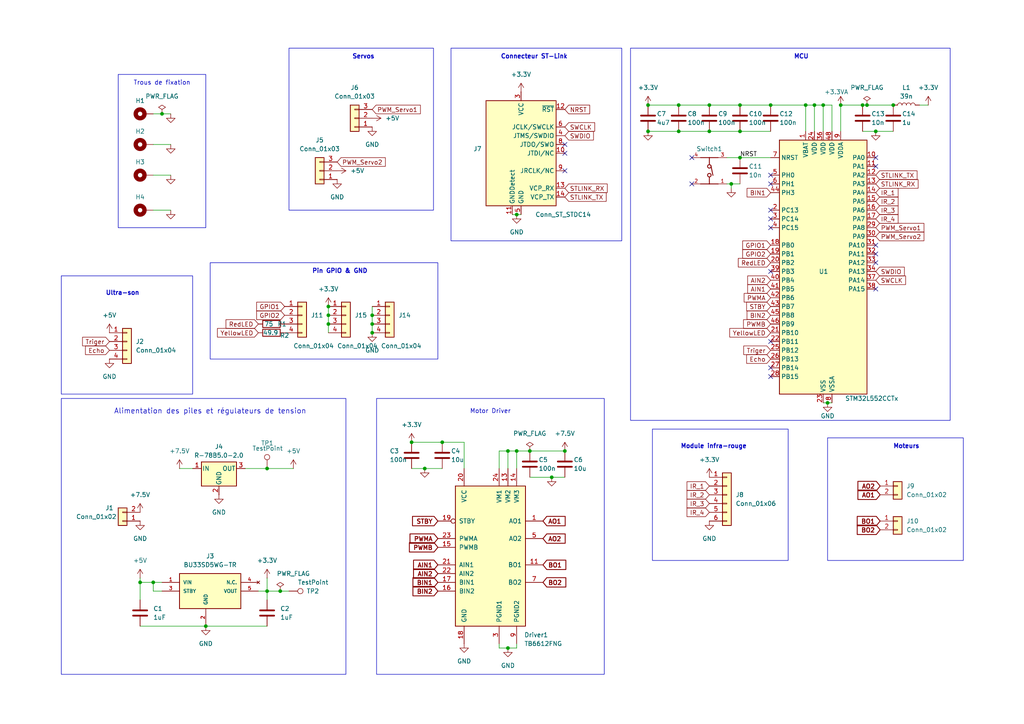
<source format=kicad_sch>
(kicad_sch (version 20250114) (generator "eeschema") (generator_version "9.0")
  (paper "A4")
  (title_block (title "PCB Pami coupe de France 2025") (date "2025-02-04") (comment 1 "Capodagli Janus") (comment 2 "REDLED 151051RS04000") (comment 3 "YELLOWLED 151051YS04000"))
  (lib_symbols
    (symbol "BU33SD5WG-TR:BU33SD5WG-TR" (pin_names (offset 1.016))
      (property "Reference" "PS1" (at 13.97 7.62 0))
      (property "Value" "BU33SD5WG-TR" (at 13.97 5.08 0))
      (symbol "BU33SD5WG-TR_0_0"
        (pin bidirectional line (at 0 0 0) (length 5.08) (name "VIN") (number "1"))
        (pin bidirectional line (at 0 -2.54 0) (length 5.08) (name "STBY") (number "3"))
        (pin bidirectional line (at 12.7 -12.7 90) (length 5.08) (name "GND") (number "2"))
        (pin no_connect line (at 27.94 0 180) (length 5.08) (name "N.C.") (number "4"))
        (pin bidirectional line (at 27.94 -2.54 180) (length 5.08) (name "VOUT") (number "5"))
      )
    )
    (symbol "Connector:Conn_ST_STDC14"
      (property "Reference" "J" (at -8.89 16.51 0))
      (property "Value" "Conn_ST_STDC14" (at 17.78 16.51 0))
      (symbol "Conn_ST_STDC14_1_1"
        (pin no_connect line (at -10.16 5.08 0) (length 2.54) (hide yes) (name "NC") (number "1"))
        (pin no_connect line (at -10.16 2.54 0) (length 2.54) (hide yes) (name "NC") (number "2"))
        (pin passive line (at -2.54 -17.78 90) (length 2.54) (name "GNDDetect") (number "11"))
        (pin power_in line (at 0 17.78 270) (length 2.54) (name "VCC") (number "3"))
        (pin power_in line (at 0 -17.78 90) (length 2.54) (name "GND") (number "5"))
        (pin passive line (at 0 -17.78 90) (length 2.54) (hide yes) (name "GND") (number "7"))
        (pin open_collector line (at 12.7 12.7 180) (length 2.54) (name "~{RST}") (number "12"))
        (pin output line (at 12.7 7.62 180) (length 2.54) (name "JCLK/SWCLK") (number "6"))
        (pin bidirectional line (at 12.7 5.08 180) (length 2.54) (name "JTMS/SWDIO") (number "4"))
        (pin input line (at 12.7 2.54 180) (length 2.54) (name "JTDO/SWO") (number "8"))
        (pin output line (at 12.7 0 180) (length 2.54) (name "JTDI/NC") (number "10"))
        (pin input line (at 12.7 -5.08 180) (length 2.54) (name "JRCLK/NC") (number "9"))
        (pin output line (at 12.7 -10.16 180) (length 2.54) (name "VCP_RX") (number "13"))
        (pin input line (at 12.7 -12.7 180) (length 2.54) (name "VCP_TX") (number "14"))
      )
    )
    (symbol "Connector:TestPoint" (pin_numbers (hide yes)) (pin_names (offset 0.762) (hide yes))
      (property "Reference" "TP" (at 0 6.858 0))
      (property "Value" "TestPoint" (at 0 5.08 0))
      (symbol "TestPoint_1_1"
        (pin passive line (at 0 0 90) (length 2.54) (name "1") (number "1"))
      )
    )
    (symbol "Connector_Generic:Conn_01x02" (pin_names (offset 1.016) (hide yes))
      (property "Reference" "J" (at 0 2.54 0))
      (property "Value" "Conn_01x02" (at 0 -5.08 0))
      (symbol "Conn_01x02_1_1"
        (pin passive line (at -5.08 0 0) (length 3.81) (name "Pin_1") (number "1"))
        (pin passive line (at -5.08 -2.54 0) (length 3.81) (name "Pin_2") (number "2"))
      )
    )
    (symbol "Connector_Generic:Conn_01x03" (pin_names (offset 1.016) (hide yes))
      (property "Reference" "J" (at 0 5.08 0))
      (property "Value" "Conn_01x03" (at 0 -5.08 0))
      (symbol "Conn_01x03_1_1"
        (pin passive line (at -5.08 2.54 0) (length 3.81) (name "Pin_1") (number "1"))
        (pin passive line (at -5.08 0 0) (length 3.81) (name "Pin_2") (number "2"))
        (pin passive line (at -5.08 -2.54 0) (length 3.81) (name "Pin_3") (number "3"))
      )
    )
    (symbol "Connector_Generic:Conn_01x04" (pin_names (offset 1.016) (hide yes))
      (property "Reference" "J" (at 0 5.08 0))
      (property "Value" "Conn_01x04" (at 0 -7.62 0))
      (symbol "Conn_01x04_1_1"
        (pin passive line (at -5.08 2.54 0) (length 3.81) (name "Pin_1") (number "1"))
        (pin passive line (at -5.08 0 0) (length 3.81) (name "Pin_2") (number "2"))
        (pin passive line (at -5.08 -2.54 0) (length 3.81) (name "Pin_3") (number "3"))
        (pin passive line (at -5.08 -5.08 0) (length 3.81) (name "Pin_4") (number "4"))
      )
    )
    (symbol "Connector_Generic:Conn_01x06" (pin_names (offset 1.016) (hide yes))
      (property "Reference" "J" (at 0 7.62 0))
      (property "Value" "Conn_01x06" (at 0 -10.16 0))
      (symbol "Conn_01x06_1_1"
        (pin passive line (at -5.08 5.08 0) (length 3.81) (name "Pin_1") (number "1"))
        (pin passive line (at -5.08 2.54 0) (length 3.81) (name "Pin_2") (number "2"))
        (pin passive line (at -5.08 0 0) (length 3.81) (name "Pin_3") (number "3"))
        (pin passive line (at -5.08 -2.54 0) (length 3.81) (name "Pin_4") (number "4"))
        (pin passive line (at -5.08 -5.08 0) (length 3.81) (name "Pin_5") (number "5"))
        (pin passive line (at -5.08 -7.62 0) (length 3.81) (name "Pin_6") (number "6"))
      )
    )
    (symbol "Device:C" (pin_numbers (hide yes)) (pin_names (offset 0.254))
      (property "Reference" "C" (at 0.635 2.54 0))
      (property "Value" "C" (at 0.635 -2.54 0))
      (symbol "C_1_1"
        (pin passive line (at 0 3.81 270) (length 2.794) (name "~") (number "1"))
        (pin passive line (at 0 -3.81 90) (length 2.794) (name "~") (number "2"))
      )
    )
    (symbol "Device:L" (pin_numbers (hide yes)) (pin_names (offset 1.016) (hide yes))
      (property "Reference" "L" (at -1.27 0 90))
      (property "Value" "L" (at 1.905 0 90))
      (symbol "L_1_1"
        (pin passive line (at 0 3.81 270) (length 1.27) (name "1") (number "1"))
        (pin passive line (at 0 -3.81 90) (length 1.27) (name "2") (number "2"))
      )
    )
    (symbol "Device:R" (pin_numbers (hide yes)) (pin_names (offset 0))
      (property "Reference" "R" (at 2.032 0 90))
      (property "Value" "R" (at 0 0 90))
      (symbol "R_1_1"
        (pin passive line (at 0 3.81 270) (length 1.27) (name "~") (number "1"))
        (pin passive line (at 0 -3.81 90) (length 1.27) (name "~") (number "2"))
      )
    )
    (symbol "Driver_Motor:TB6612FNG" (pin_names (offset 1.016))
      (property "Reference" "U" (at 11.43 17.78 0))
      (property "Value" "TB6612FNG" (at 11.43 15.24 0))
      (symbol "TB6612FNG_1_1"
        (pin input inverted (at -15.24 10.16 0) (length 5.08) (name "STBY") (number "19"))
        (pin input line (at -15.24 5.08 0) (length 5.08) (name "PWMA") (number "23"))
        (pin input line (at -15.24 2.54 0) (length 5.08) (name "PWMB") (number "15"))
        (pin input line (at -15.24 -2.54 0) (length 5.08) (name "AIN1") (number "21"))
        (pin input line (at -15.24 -5.08 0) (length 5.08) (name "AIN2") (number "22"))
        (pin input line (at -15.24 -7.62 0) (length 5.08) (name "BIN1") (number "17"))
        (pin input line (at -15.24 -10.16 0) (length 5.08) (name "BIN2") (number "16"))
        (pin power_in line (at -7.62 25.4 270) (length 5.08) (name "VCC") (number "20"))
        (pin power_in line (at -7.62 -25.4 90) (length 5.08) (name "GND") (number "18"))
        (pin power_in line (at 2.54 25.4 270) (length 5.08) (name "VM1") (number "24"))
        (pin power_in line (at 2.54 -25.4 90) (length 5.08) (name "PGND1") (number "3"))
        (pin passive line (at 2.54 -25.4 90) (length 5.08) (hide yes) (name "PGND1") (number "4"))
        (pin power_in line (at 5.08 25.4 270) (length 5.08) (name "VM2") (number "13"))
        (pin power_in line (at 7.62 25.4 270) (length 5.08) (name "VM3") (number "14"))
        (pin passive line (at 7.62 -25.4 90) (length 5.08) (hide yes) (name "PGND2") (number "10"))
        (pin power_in line (at 7.62 -25.4 90) (length 5.08) (name "PGND2") (number "9"))
        (pin output line (at 15.24 10.16 180) (length 5.08) (name "AO1") (number "1"))
        (pin passive line (at 15.24 10.16 180) (length 5.08) (hide yes) (name "AO1") (number "2"))
        (pin output line (at 15.24 5.08 180) (length 5.08) (name "AO2") (number "5"))
        (pin passive line (at 15.24 5.08 180) (length 5.08) (hide yes) (name "AO2") (number "6"))
        (pin output line (at 15.24 -2.54 180) (length 5.08) (name "BO1") (number "11"))
        (pin passive line (at 15.24 -2.54 180) (length 5.08) (hide yes) (name "BO1") (number "12"))
        (pin output line (at 15.24 -7.62 180) (length 5.08) (name "BO2") (number "7"))
        (pin passive line (at 15.24 -7.62 180) (length 5.08) (hide yes) (name "BO2") (number "8"))
      )
    )
    (symbol "GND_3" (power) (pin_numbers (hide yes)) (pin_names (offset 0) (hide yes))
      (property "Value" "GND" (at 0 -3.81 0))
      (symbol "GND_3_1_1"
        (pin power_in line (at 0 0 270) (length 0) (name "~") (number "1"))
      )
    )
    (symbol "MCU_ST_STM32L5:STM32L552CCTx"
      (property "Reference" "U" (at -12.7 39.37 0))
      (property "Value" "STM32L552CCTx" (at 7.62 39.37 0))
      (symbol "STM32L552CCTx_1_1"
        (pin input line (at -15.24 33.02 0) (length 2.54) (name "NRST") (number "7"))
        (pin bidirectional line (at -15.24 27.94 0) (length 2.54) (name "PH0") (number "5"))
        (pin bidirectional line (at -15.24 25.4 0) (length 2.54) (name "PH1") (number "6"))
        (pin bidirectional line (at -15.24 22.86 0) (length 2.54) (name "PH3") (number "44"))
        (pin bidirectional line (at -15.24 17.78 0) (length 2.54) (name "PC13") (number "2"))
        (pin bidirectional line (at -15.24 15.24 0) (length 2.54) (name "PC14") (number "3"))
        (pin bidirectional line (at -15.24 12.7 0) (length 2.54) (name "PC15") (number "4"))
        (pin bidirectional line (at -15.24 7.62 0) (length 2.54) (name "PB0") (number "18"))
        (pin bidirectional line (at -15.24 5.08 0) (length 2.54) (name "PB1") (number "19"))
        (pin bidirectional line (at -15.24 2.54 0) (length 2.54) (name "PB2") (number "20"))
        (pin bidirectional line (at -15.24 0 0) (length 2.54) (name "PB3") (number "39"))
        (pin bidirectional line (at -15.24 -2.54 0) (length 2.54) (name "PB4") (number "40"))
        (pin bidirectional line (at -15.24 -5.08 0) (length 2.54) (name "PB5") (number "41"))
        (pin bidirectional line (at -15.24 -7.62 0) (length 2.54) (name "PB6") (number "42"))
        (pin bidirectional line (at -15.24 -10.16 0) (length 2.54) (name "PB7") (number "43"))
        (pin bidirectional line (at -15.24 -12.7 0) (length 2.54) (name "PB8") (number "45"))
        (pin bidirectional line (at -15.24 -15.24 0) (length 2.54) (name "PB9") (number "46"))
        (pin bidirectional line (at -15.24 -17.78 0) (length 2.54) (name "PB10") (number "21"))
        (pin bidirectional line (at -15.24 -20.32 0) (length 2.54) (name "PB11") (number "22"))
        (pin bidirectional line (at -15.24 -22.86 0) (length 2.54) (name "PB12") (number "25"))
        (pin bidirectional line (at -15.24 -25.4 0) (length 2.54) (name "PB13") (number "26"))
        (pin bidirectional line (at -15.24 -27.94 0) (length 2.54) (name "PB14") (number "27"))
        (pin bidirectional line (at -15.24 -30.48 0) (length 2.54) (name "PB15") (number "28"))
        (pin power_in line (at -5.08 40.64 270) (length 2.54) (name "VBAT") (number "1"))
        (pin power_in line (at -2.54 40.64 270) (length 2.54) (name "VDD") (number "24"))
        (pin power_in line (at 0 40.64 270) (length 2.54) (name "VDD") (number "36"))
        (pin power_in line (at 0 -38.1 90) (length 2.54) (name "VSS") (number "23"))
        (pin passive line (at 0 -38.1 90) (length 2.54) (hide yes) (name "VSS") (number "35"))
        (pin passive line (at 0 -38.1 90) (length 2.54) (hide yes) (name "VSS") (number "47"))
        (pin power_in line (at 2.54 40.64 270) (length 2.54) (name "VDD") (number "48"))
        (pin power_in line (at 2.54 -38.1 90) (length 2.54) (name "VSSA") (number "8"))
        (pin power_in line (at 5.08 40.64 270) (length 2.54) (name "VDDA") (number "9"))
        (pin bidirectional line (at 15.24 33.02 180) (length 2.54) (name "PA0") (number "10"))
        (pin bidirectional line (at 15.24 30.48 180) (length 2.54) (name "PA1") (number "11"))
        (pin bidirectional line (at 15.24 27.94 180) (length 2.54) (name "PA2") (number "12"))
        (pin bidirectional line (at 15.24 25.4 180) (length 2.54) (name "PA3") (number "13"))
        (pin bidirectional line (at 15.24 22.86 180) (length 2.54) (name "PA4") (number "14"))
        (pin bidirectional line (at 15.24 20.32 180) (length 2.54) (name "PA5") (number "15"))
        (pin bidirectional line (at 15.24 17.78 180) (length 2.54) (name "PA6") (number "16"))
        (pin bidirectional line (at 15.24 15.24 180) (length 2.54) (name "PA7") (number "17"))
        (pin bidirectional line (at 15.24 12.7 180) (length 2.54) (name "PA8") (number "29"))
        (pin bidirectional line (at 15.24 10.16 180) (length 2.54) (name "PA9") (number "30"))
        (pin bidirectional line (at 15.24 7.62 180) (length 2.54) (name "PA10") (number "31"))
        (pin bidirectional line (at 15.24 5.08 180) (length 2.54) (name "PA11") (number "32"))
        (pin bidirectional line (at 15.24 2.54 180) (length 2.54) (name "PA12") (number "33"))
        (pin bidirectional line (at 15.24 0 180) (length 2.54) (name "PA13") (number "34"))
        (pin bidirectional line (at 15.24 -2.54 180) (length 2.54) (name "PA14") (number "37"))
        (pin bidirectional line (at 15.24 -5.08 180) (length 2.54) (name "PA15") (number "38"))
      )
    )
    (symbol "MountingHole_Pad_2" (pin_numbers (hide yes)) (pin_names (offset 1.016) (hide yes)) (exclude_from_sim yes) (in_bom no)
      (property "Reference" "H1" (at 2.54 2.5401 0))
      (property "Value" "MountingHole_Pad" (at 2.54 0.0001 0))
      (symbol "MountingHole_Pad_2_1_1"
        (pin input line (at 0 -2.54 90) (length 2.54) (name "1") (number "1"))
      )
    )
    (symbol "Regulator_Switching:R-78B5.0-2.0" (pin_names (offset 0.254))
      (property "Reference" "U" (at -3.81 3.175 0))
      (property "Value" "R-78B5.0-2.0" (at 0 3.175 0))
      (symbol "R-78B5.0-2.0_1_1"
        (pin power_in line (at -7.62 0 0) (length 2.54) (name "IN") (number "1"))
        (pin power_in line (at 0 -7.62 90) (length 2.54) (name "GND") (number "2"))
        (pin power_out line (at 7.62 0 180) (length 2.54) (name "OUT") (number "3"))
      )
    )
    (symbol "boutonSMD_wurth430471025826:430471025826" (pin_names (offset 1.016))
      (property "Reference" "S" (at 0 5.842 0))
      (symbol "430471025826_0_0"
        (pin passive line (at -5.08 5.08 0) (length 2.54) (name "~") (number "1"))
        (pin passive line (at -5.08 -2.54 0) (length 2.54) (name "~") (number "3"))
        (pin passive line (at 5.08 5.08 180) (length 2.54) (name "~") (number "2"))
        (pin passive line (at 5.08 -2.54 180) (length 2.54) (name "~") (number "4"))
      )
    )
    (symbol "power:+3.3V" (power) (pin_numbers (hide yes)) (pin_names (offset 0) (hide yes))
      (property "Value" "+3.3V" (at 0 3.556 0))
      (symbol "+3.3V_1_1"
        (pin power_in line (at 0 0 90) (length 0) (name "~") (number "1"))
      )
    )
    (symbol "power:+3.3VA" (power) (pin_numbers (hide yes)) (pin_names (offset 0) (hide yes))
      (property "Value" "+3.3VA" (at 0 3.556 0))
      (symbol "+3.3VA_1_1"
        (pin power_in line (at 0 0 90) (length 0) (name "~") (number "1"))
      )
    )
    (symbol "power:+5V" (power) (pin_numbers (hide yes)) (pin_names (offset 0) (hide yes))
      (property "Value" "+5V" (at 0 3.556 0))
      (symbol "+5V_1_1"
        (pin power_in line (at 0 0 90) (length 0) (name "~") (number "1"))
      )
    )
    (symbol "power:+7.5V" (power) (pin_numbers (hide yes)) (pin_names (offset 0) (hide yes))
      (property "Value" "+7.5V" (at 0 3.556 0))
      (symbol "+7.5V_1_1"
        (pin power_in line (at 0 0 90) (length 0) (name "~") (number "1"))
      )
    )
    (symbol "power:GND" (power) (pin_numbers (hide yes)) (pin_names (offset 0) (hide yes))
      (property "Value" "GND" (at 0 -3.81 0))
      (symbol "GND_1_1"
        (pin power_in line (at 0 0 270) (length 0) (name "~") (number "1"))
      )
    )
    (symbol "power:PWR_FLAG" (power) (pin_numbers (hide yes)) (pin_names (offset 0) (hide yes))
      (property "Value" "PWR_FLAG" (at 0 3.81 0))
      (symbol "PWR_FLAG_0_0"
        (pin power_out line (at 0 0 90) (length 0) (name "~") (number "1"))
      )
    )
  )
  (rectangle (start 189.23 124.46) (end 228.6 162.56))
  (rectangle (start 109.22 115.57) (end 175.26 195.58))
  (rectangle (start 17.78 80.01) (end 55.88 114.3))
  (rectangle (start 240.03 127) (end 279.4 162.56))
  (rectangle (start 34.29 21.59) (end 59.69 66.04))
  (rectangle (start 182.88 13.97) (end 275.59 121.92))
  (rectangle (start 130.81 13.97) (end 180.34 69.85))
  (rectangle (start 17.78 115.57) (end 100.33 195.58))
  (rectangle (start 60.96 76.2) (end 127 104.14))
  (rectangle (start 83.82 13.97) (end 125.73 60.96))
  (text "Trous de fixation\n" (at 46.99 24.13 0) (effects (font (size 1.27 1.27))))
  (text "Servos" (at 105.41 16.51 0) (effects (font (size 1.27 1.27) (thickness 0.254) (bold yes))))
  (text "Moteurs\n" (at 262.89 129.54 0) (effects (font (size 1.27 1.27) (thickness 0.254) (bold yes))))
  (text "Module infra-rouge\n" (at 207.01 129.54 0) (effects (font (size 1.27 1.27) (thickness 0.254) (bold yes))))
  (text "Connecteur ST-Link\n" (at 154.94 16.51 0) (effects (font (size 1.27 1.27) (thickness 0.254) (bold yes))))
  (text "Ultra-son" (at 35.56 85.09 0) (effects (font (size 1.27 1.27) (thickness 0.254) (bold yes))))
  (text "Alimentation des piles et régulateurs de tension" (at 60.96 119.38 0) (effects (font (size 1.5 1.5))))
  (text "Motor Driver\n" (at 142.24 119.38 0) (effects (font (size 1.27 1.27))))
  (text "Pin GPIO & GND \n" (at 99.06 78.74 0) (effects (font (size 1.27 1.27) (thickness 0.254) (bold yes))))
  (text "MCU\n" (at 232.41 16.51 0) (effects (font (size 1.27 1.27) (thickness 0.254) (bold yes))))
  (junction (at 243.84 30.48))
  (junction (at 123.19 135.89))
  (junction (at 147.32 187.96))
  (junction (at 187.96 38.1))
  (junction (at 81.28 171.45))
  (junction (at 196.85 38.1))
  (junction (at 107.95 91.44))
  (junction (at 95.25 93.98))
  (junction (at 214.63 38.1))
  (junction (at 40.64 168.91))
  (junction (at 212.09 53.34))
  (junction (at 128.27 128.27))
  (junction (at 163.83 130.81))
  (junction (at 95.25 91.44))
  (junction (at 250.19 30.48))
  (junction (at 238.76 30.48))
  (junction (at 46.99 33.02))
  (junction (at 149.86 130.81))
  (junction (at 95.25 88.9))
  (junction (at 149.86 62.23))
  (junction (at 107.95 96.52))
  (junction (at 254 38.1))
  (junction (at 77.47 135.89))
  (junction (at 214.63 45.72))
  (junction (at 59.69 181.61))
  (junction (at 119.38 128.27))
  (junction (at 160.02 138.43))
  (junction (at 187.96 30.48))
  (junction (at 214.63 30.48))
  (junction (at 147.32 130.81))
  (junction (at 77.47 171.45))
  (junction (at 44.45 168.91))
  (junction (at 205.74 30.48))
  (junction (at 259.08 30.48))
  (junction (at 236.22 30.48))
  (junction (at 153.67 130.81))
  (junction (at 196.85 30.48))
  (junction (at 251.46 30.48))
  (junction (at 223.52 30.48))
  (junction (at 240.03 116.84))
  (junction (at 107.95 93.98))
  (junction (at 233.68 30.48))
  (junction (at 205.74 38.1))
  (no_connect (at 163.83 49.53))
  (no_connect (at 223.52 99.06))
  (no_connect (at 254 73.66))
  (no_connect (at 223.52 106.68))
  (no_connect (at 223.52 109.22))
  (no_connect (at 254 45.72))
  (no_connect (at 254 83.82))
  (no_connect (at 223.52 63.5))
  (no_connect (at 223.52 53.34))
  (no_connect (at 163.83 41.91))
  (no_connect (at 223.52 78.74))
  (no_connect (at 200.66 53.34))
  (no_connect (at 200.66 45.72))
  (no_connect (at 254 76.2))
  (no_connect (at 254 71.12))
  (no_connect (at 254 48.26))
  (no_connect (at 163.83 44.45))
  (no_connect (at 223.52 60.96))
  (no_connect (at 223.52 50.8))
  (no_connect (at 223.52 66.04))
  (wire (pts (xy 153.67 130.81) (xy 163.83 130.81)))
  (wire (pts (xy 144.78 130.81) (xy 144.78 135.89)))
  (wire (pts (xy 233.68 30.48) (xy 233.68 38.1)))
  (wire (pts (xy 52.07 135.89) (xy 55.88 135.89)))
  (wire (pts (xy 214.63 53.34) (xy 212.09 53.34)))
  (wire (pts (xy 160.02 138.43) (xy 163.83 138.43)))
  (wire (pts (xy 233.68 30.48) (xy 236.22 30.48)))
  (wire (pts (xy 134.62 128.27) (xy 134.62 135.89)))
  (wire (pts (xy 241.3 30.48) (xy 241.3 38.1)))
  (wire (pts (xy 77.47 171.45) (xy 77.47 173.99)))
  (wire (pts (xy 144.78 130.81) (xy 147.32 130.81)))
  (wire (pts (xy 149.86 62.23) (xy 151.13 62.23)))
  (wire (pts (xy 107.95 88.9) (xy 107.95 91.44)))
  (wire (pts (xy 40.64 167.64) (xy 40.64 168.91)))
  (wire (pts (xy 238.76 116.84) (xy 240.03 116.84)))
  (wire (pts (xy 147.32 130.81) (xy 149.86 130.81)))
  (wire (pts (xy 81.28 171.45) (xy 77.47 171.45)))
  (wire (pts (xy 71.12 135.89) (xy 77.47 135.89)))
  (wire (pts (xy 196.85 30.48) (xy 205.74 30.48)))
  (wire (pts (xy 147.32 130.81) (xy 147.32 135.89)))
  (wire (pts (xy 147.32 187.96) (xy 149.86 187.96)))
  (wire (pts (xy 212.09 53.34) (xy 210.82 53.34)))
  (wire (pts (xy 254 38.1) (xy 259.08 38.1)))
  (wire (pts (xy 236.22 30.48) (xy 236.22 38.1)))
  (wire (pts (xy 144.78 186.69) (xy 144.78 187.96)))
  (wire (pts (xy 107.95 91.44) (xy 107.95 93.98)))
  (wire (pts (xy 144.78 187.96) (xy 147.32 187.96)))
  (wire (pts (xy 46.99 33.02) (xy 49.53 33.02)))
  (wire (pts (xy 196.85 38.1) (xy 205.74 38.1)))
  (wire (pts (xy 250.19 38.1) (xy 254 38.1)))
  (wire (pts (xy 85.09 135.89) (xy 77.47 135.89)))
  (wire (pts (xy 119.38 128.27) (xy 128.27 128.27)))
  (wire (pts (xy 95.25 88.9) (xy 95.25 91.44)))
  (wire (pts (xy 250.19 30.48) (xy 251.46 30.48)))
  (wire (pts (xy 205.74 30.48) (xy 214.63 30.48)))
  (wire (pts (xy 83.82 171.45) (xy 81.28 171.45)))
  (wire (pts (xy 40.64 168.91) (xy 44.45 168.91)))
  (wire (pts (xy 134.62 128.27) (xy 128.27 128.27)))
  (wire (pts (xy 251.46 30.48) (xy 259.08 30.48)))
  (wire (pts (xy 119.38 135.89) (xy 123.19 135.89)))
  (wire (pts (xy 74.93 171.45) (xy 77.47 171.45)))
  (wire (pts (xy 149.86 130.81) (xy 149.86 135.89)))
  (wire (pts (xy 107.95 93.98) (xy 107.95 96.52)))
  (wire (pts (xy 95.25 91.44) (xy 95.25 93.98)))
  (wire (pts (xy 214.63 30.48) (xy 223.52 30.48)))
  (wire (pts (xy 243.84 30.48) (xy 243.84 38.1)))
  (wire (pts (xy 210.82 45.72) (xy 214.63 45.72)))
  (wire (pts (xy 44.45 60.96) (xy 49.53 60.96)))
  (wire (pts (xy 187.96 30.48) (xy 196.85 30.48)))
  (wire (pts (xy 266.7 30.48) (xy 269.24 30.48)))
  (wire (pts (xy 153.67 138.43) (xy 160.02 138.43)))
  (wire (pts (xy 44.45 41.91) (xy 49.53 41.91)))
  (wire (pts (xy 44.45 168.91) (xy 44.45 171.45)))
  (wire (pts (xy 223.52 30.48) (xy 233.68 30.48)))
  (wire (pts (xy 95.25 93.98) (xy 95.25 96.52)))
  (wire (pts (xy 40.64 181.61) (xy 59.69 181.61)))
  (wire (pts (xy 212.09 54.61) (xy 212.09 53.34)))
  (wire (pts (xy 214.63 38.1) (xy 223.52 38.1)))
  (wire (pts (xy 238.76 30.48) (xy 236.22 30.48)))
  (wire (pts (xy 44.45 171.45) (xy 46.99 171.45)))
  (wire (pts (xy 238.76 30.48) (xy 238.76 38.1)))
  (wire (pts (xy 44.45 50.8) (xy 49.53 50.8)))
  (wire (pts (xy 149.86 186.69) (xy 149.86 187.96)))
  (wire (pts (xy 243.84 30.48) (xy 250.19 30.48)))
  (wire (pts (xy 240.03 116.84) (xy 241.3 116.84)))
  (wire (pts (xy 77.47 167.64) (xy 77.47 171.45)))
  (wire (pts (xy 123.19 135.89) (xy 128.27 135.89)))
  (wire (pts (xy 40.64 168.91) (xy 40.64 173.99)))
  (wire (pts (xy 187.96 38.1) (xy 196.85 38.1)))
  (wire (pts (xy 149.86 130.81) (xy 153.67 130.81)))
  (wire (pts (xy 205.74 38.1) (xy 214.63 38.1)))
  (wire (pts (xy 148.59 62.23) (xy 149.86 62.23)))
  (wire (pts (xy 238.76 30.48) (xy 241.3 30.48)))
  (wire (pts (xy 59.69 181.61) (xy 77.47 181.61)))
  (wire (pts (xy 223.52 45.72) (xy 214.63 45.72)))
  (wire (pts (xy 44.45 33.02) (xy 46.99 33.02)))
  (wire (pts (xy 44.45 168.91) (xy 46.99 168.91)))
  (label "NRST" (at 214.63 45.72 0) (effects (font (thickness 0.1588))))
  (global_label "SWDIO" (shape input) (at 163.83 39.37 0) (property "Intersheetrefs" "${INTERSHEET_REFS}" (effects (hide yes))))
  (global_label "BO1" (shape input) (at 157.48 163.83 0) (effects (font (thickness 0.254) (bold yes))) (property "Intersheetrefs" "${INTERSHEET_REFS}" (effects (hide yes))))
  (global_label "AO2" (shape input) (at 157.48 156.21 0) (effects (font (thickness 0.254) (bold yes))) (property "Intersheetrefs" "${INTERSHEET_REFS}" (effects (hide yes))))
  (global_label "SWCLK" (shape input) (at 254 81.28 0) (property "Intersheetrefs" "${INTERSHEET_REFS}" (effects (hide yes))))
  (global_label "AIN1" (shape input) (at 127 163.83 180) (effects (font (thickness 0.254) (bold yes))) (property "Intersheetrefs" "${INTERSHEET_REFS}" (effects (hide yes))))
  (global_label "AO2" (shape input) (at 255.27 140.97 180) (effects (font (thickness 0.254) (bold yes))) (property "Intersheetrefs" "${INTERSHEET_REFS}" (effects (hide yes))))
  (global_label "SWCLK" (shape input) (at 163.83 36.83 0) (property "Intersheetrefs" "${INTERSHEET_REFS}" (effects (hide yes))))
  (global_label "Triger" (shape input) (at 31.75 99.06 180) (property "Intersheetrefs" "${INTERSHEET_REFS}" (effects (hide yes))))
  (global_label "RedLED" (shape input) (at 223.52 76.2 180) (effects (font (thickness 0.1588))) (property "Intersheetrefs" "${INTERSHEET_REFS}" (effects (hide yes))))
  (global_label "PWM_Servo2" (shape input) (at 254 68.58 0) (property "Intersheetrefs" "${INTERSHEET_REFS}" (effects (hide yes))))
  (global_label "IR_4" (shape input) (at 254 63.5 0) (property "Intersheetrefs" "${INTERSHEET_REFS}" (effects (hide yes))))
  (global_label "Echo" (shape input) (at 223.52 104.14 180) (property "Intersheetrefs" "${INTERSHEET_REFS}" (effects (hide yes))))
  (global_label "BIN2" (shape input) (at 223.52 91.44 180) (property "Intersheetrefs" "${INTERSHEET_REFS}" (effects (hide yes))))
  (global_label "AIN2" (shape input) (at 127 166.37 180) (effects (font (thickness 0.254) (bold yes))) (property "Intersheetrefs" "${INTERSHEET_REFS}" (effects (hide yes))))
  (global_label "SWDIO" (shape input) (at 254 78.74 0) (property "Intersheetrefs" "${INTERSHEET_REFS}" (effects (hide yes))))
  (global_label "Echo" (shape input) (at 31.75 101.6 180) (property "Intersheetrefs" "${INTERSHEET_REFS}" (effects (hide yes))))
  (global_label "IR_3" (shape input) (at 205.74 146.05 180) (property "Intersheetrefs" "${INTERSHEET_REFS}" (effects (hide yes))))
  (global_label "STBY" (shape input) (at 127 151.13 180) (effects (font (thickness 0.254) (bold yes))) (property "Intersheetrefs" "${INTERSHEET_REFS}" (effects (hide yes))))
  (global_label "GPIO1" (shape input) (at 223.52 71.12 180) (effects (font (thickness 0.1588))) (property "Intersheetrefs" "${INTERSHEET_REFS}" (effects (hide yes))))
  (global_label "STLINK_RX" (shape input) (at 163.83 54.61 0) (property "Intersheetrefs" "${INTERSHEET_REFS}" (effects (hide yes))))
  (global_label "STLINK_TX" (shape input) (at 254 50.8 0) (property "Intersheetrefs" "${INTERSHEET_REFS}" (effects (hide yes))))
  (global_label "IR_2" (shape input) (at 205.74 143.51 180) (property "Intersheetrefs" "${INTERSHEET_REFS}" (effects (hide yes))))
  (global_label "IR_3" (shape input) (at 254 60.96 0) (property "Intersheetrefs" "${INTERSHEET_REFS}" (effects (hide yes))))
  (global_label "IR_4" (shape input) (at 205.74 148.59 180) (property "Intersheetrefs" "${INTERSHEET_REFS}" (effects (hide yes))))
  (global_label "PWM_Servo2" (shape input) (at 97.79 46.99 0) (property "Intersheetrefs" "${INTERSHEET_REFS}" (effects (hide yes))))
  (global_label "BO2" (shape input) (at 157.48 168.91 0) (effects (font (thickness 0.254) (bold yes))) (property "Intersheetrefs" "${INTERSHEET_REFS}" (effects (hide yes))))
  (global_label "PWMA" (shape input) (at 127 156.21 180) (effects (font (thickness 0.254) (bold yes))) (property "Intersheetrefs" "${INTERSHEET_REFS}" (effects (hide yes))))
  (global_label "AO1" (shape input) (at 157.48 151.13 0) (effects (font (thickness 0.254) (bold yes))) (property "Intersheetrefs" "${INTERSHEET_REFS}" (effects (hide yes))))
  (global_label "IR_1" (shape input) (at 205.74 140.97 180) (property "Intersheetrefs" "${INTERSHEET_REFS}" (effects (hide yes))))
  (global_label "PWM_Servo1" (shape input) (at 107.95 31.75 0) (property "Intersheetrefs" "${INTERSHEET_REFS}" (effects (hide yes))))
  (global_label "GPIO2" (shape input) (at 82.55 91.44 180) (effects (font (thickness 0.1588))) (property "Intersheetrefs" "${INTERSHEET_REFS}" (effects (hide yes))))
  (global_label "PWM_Servo1" (shape input) (at 254 66.04 0) (property "Intersheetrefs" "${INTERSHEET_REFS}" (effects (hide yes))))
  (global_label "BO1" (shape input) (at 255.27 151.13 180) (effects (font (thickness 0.254) (bold yes))) (property "Intersheetrefs" "${INTERSHEET_REFS}" (effects (hide yes))))
  (global_label "AO1" (shape input) (at 255.27 143.51 180) (effects (font (thickness 0.254) (bold yes))) (property "Intersheetrefs" "${INTERSHEET_REFS}" (effects (hide yes))))
  (global_label "IR_1" (shape input) (at 254 55.88 0) (property "Intersheetrefs" "${INTERSHEET_REFS}" (effects (hide yes))))
  (global_label "IR_2" (shape input) (at 254 58.42 0) (property "Intersheetrefs" "${INTERSHEET_REFS}" (effects (hide yes))))
  (global_label "RedLED" (shape input) (at 74.93 93.98 180) (effects (font (thickness 0.1588))) (property "Intersheetrefs" "${INTERSHEET_REFS}" (effects (hide yes))))
  (global_label "STBY" (shape input) (at 223.52 88.9 180) (property "Intersheetrefs" "${INTERSHEET_REFS}" (effects (hide yes))))
  (global_label "BIN1" (shape input) (at 127 168.91 180) (effects (font (thickness 0.254) (bold yes))) (property "Intersheetrefs" "${INTERSHEET_REFS}" (effects (hide yes))))
  (global_label "Triger" (shape input) (at 223.52 101.6 180) (property "Intersheetrefs" "${INTERSHEET_REFS}" (effects (hide yes))))
  (global_label "PWMB" (shape input) (at 127 158.75 180) (effects (font (thickness 0.254) (bold yes))) (property "Intersheetrefs" "${INTERSHEET_REFS}" (effects (hide yes))))
  (global_label "PWMA" (shape input) (at 223.52 86.36 180) (property "Intersheetrefs" "${INTERSHEET_REFS}" (effects (hide yes))))
  (global_label "STLINK_TX" (shape input) (at 163.83 57.15 0) (property "Intersheetrefs" "${INTERSHEET_REFS}" (effects (hide yes))))
  (global_label "GPIO2" (shape input) (at 223.52 73.66 180) (effects (font (thickness 0.1588))) (property "Intersheetrefs" "${INTERSHEET_REFS}" (effects (hide yes))))
  (global_label "BIN1" (shape input) (at 223.52 55.88 180) (property "Intersheetrefs" "${INTERSHEET_REFS}" (effects (hide yes))))
  (global_label "YellowLED" (shape input) (at 223.52 96.52 180) (effects (font (thickness 0.1588))) (property "Intersheetrefs" "${INTERSHEET_REFS}" (effects (hide yes))))
  (global_label "AIN1" (shape input) (at 223.52 83.82 180) (property "Intersheetrefs" "${INTERSHEET_REFS}" (effects (hide yes))))
  (global_label "NRST" (shape input) (at 163.83 31.75 0) (effects (font (thickness 0.1588))) (property "Intersheetrefs" "${INTERSHEET_REFS}" (effects (hide yes))))
  (global_label "STLINK_RX" (shape input) (at 254 53.34 0) (property "Intersheetrefs" "${INTERSHEET_REFS}" (effects (hide yes))))
  (global_label "YellowLED" (shape input) (at 74.93 96.52 180) (effects (font (thickness 0.1588))) (property "Intersheetrefs" "${INTERSHEET_REFS}" (effects (hide yes))))
  (global_label "GPIO1" (shape input) (at 82.55 88.9 180) (effects (font (thickness 0.1588))) (property "Intersheetrefs" "${INTERSHEET_REFS}" (effects (hide yes))))
  (global_label "PWMB" (shape input) (at 223.52 93.98 180) (property "Intersheetrefs" "${INTERSHEET_REFS}" (effects (hide yes))))
  (global_label "AIN2" (shape input) (at 223.52 81.28 180) (property "Intersheetrefs" "${INTERSHEET_REFS}" (effects (hide yes))))
  (global_label "BIN2" (shape input) (at 127 171.45 180) (effects (font (thickness 0.254) (bold yes))) (property "Intersheetrefs" "${INTERSHEET_REFS}" (effects (hide yes))))
  (global_label "BO2" (shape input) (at 255.27 153.67 180) (effects (font (thickness 0.254) (bold yes))) (property "Intersheetrefs" "${INTERSHEET_REFS}" (effects (hide yes))))
  (symbol (lib_id "power:GND") (at 40.64 151.13 0) (unit 1)
    (property "Reference" "#PWR07" (effects (hide yes)))
    (property "Value" "GND" (at 40.64 156.21 0))
    (property "Description" "Power symbol creates a global label with name \"GND\" , ground" (effects (hide yes)))
  )
  (symbol (lib_id "power:+7.5V") (at 52.07 135.89 0) (unit 1)
    (property "Reference" "#PWR010" (effects (hide yes)))
    (property "Value" "+7.5V" (at 52.07 130.81 0))
    (property "Description" "Power symbol creates a global label with name \"+7.5V\"" (effects (hide yes)))
  )
  (symbol (lib_id "Device:L") (at 262.89 30.48 90) (unit 1)
    (property "Reference" "L1" (at 262.89 25.4 90))
    (property "Value" "39n" (at 262.89 27.94 90))
    (property "Footprint" "Inductor_SMD:L_0603_1608Metric" (effects (hide yes)))
    (property "Description" "Inductor" (effects (hide yes)))
  )
  (symbol (lib_id "power:GND") (at 205.74 151.13 0) (unit 1)
    (property "Reference" "#PWR029" (effects (hide yes)))
    (property "Value" "GND" (at 205.74 156.21 0))
    (property "Description" "Power symbol creates a global label with name \"GND\" , ground" (effects (hide yes)))
  )
  (symbol (lib_id "Device:C") (at 153.67 134.62 0) (unit 1)
    (property "Reference" "C5" (at 156.21 133.35 0) (effects (justify left)))
    (property "Value" "100n" (at 156.21 135.89 0) (effects (justify left)))
    (property "Footprint" "Capacitor_SMD:C_0402_1005Metric" (effects (hide yes)))
    (property "Description" "Unpolarized capacitor" (effects (hide yes)))
  )
  (symbol (lib_name "MountingHole_Pad_2") (lib_id "Mechanical:MountingHole_Pad") (at 41.91 60.96 90) (unit 1) (exclude_from_sim yes) (in_bom no)
    (property "Reference" "H4" (at 40.64 57.15 90))
    (property "Value" "MountingHole_Pad" (effects (hide yes)))
    (property "Footprint" "MountingHole:MountingHole_2.7mm_M2.5_Pad" (effects (hide yes)))
    (property "Description" "Mounting Hole with connection" (effects (hide yes)))
  )
  (symbol (lib_id "Connector_Generic:Conn_01x06") (at 210.82 143.51 0) (unit 1)
    (property "Reference" "J8" (at 213.36 143.5099 0) (effects (justify left)))
    (property "Value" "Conn_01x06" (at 213.36 146.0499 0) (effects (justify left)))
    (property "Footprint" "Connector_JST:JST_XH_S6B-XH-A-1_1x06_P2.50mm_Horizontal" (effects (hide yes)))
    (property "Description" "Generic connector, single row, 01x06, script generated (kicad-library-utils/schlib/autogen/connector/)" (effects (hide yes)))
  )
  (symbol (lib_id "Device:C") (at 205.74 34.29 0) (unit 1)
    (property "Reference" "C9" (at 208.28 33.02 0) (effects (justify left)))
    (property "Value" "100n" (at 208.28 35.56 0) (effects (justify left)))
    (property "Footprint" "Capacitor_SMD:C_0402_1005Metric" (effects (hide yes)))
    (property "Description" "Unpolarized capacitor" (effects (hide yes)))
  )
  (symbol (lib_id "power:PWR_FLAG") (at 46.99 33.02 0) (unit 1)
    (property "Reference" "#FLG01" (effects (hide yes)))
    (property "Value" "PWR_FLAG" (at 46.99 27.94 0))
    (property "Description" "Special symbol for telling ERC where power comes from" (effects (hide yes)))
  )
  (symbol (lib_id "Device:C") (at 119.38 132.08 0) (unit 1)
    (property "Reference" "C3" (at 113.03 130.81 0) (effects (justify left)))
    (property "Value" "100n" (at 113.03 133.35 0) (effects (justify left)))
    (property "Footprint" "Capacitor_SMD:C_0402_1005Metric" (effects (hide yes)))
    (property "Description" "Unpolarized capacitor" (effects (hide yes)))
  )
  (symbol (lib_id "power:+7.5V") (at 40.64 148.59 0) (unit 1)
    (property "Reference" "#PWR06" (effects (hide yes)))
    (property "Value" "+7.5V" (at 40.64 143.51 0))
    (property "Description" "Power symbol creates a global label with name \"+7.5V\"" (effects (hide yes)))
  )
  (symbol (lib_id "Connector:Conn_ST_STDC14") (at 151.13 44.45 0) (unit 1)
    (property "Reference" "J7" (at 139.7 43.1799 0) (effects (justify right)))
    (property "Value" "Conn_ST_STDC14" (at 171.45 62.23 0) (effects (justify right)))
    (property "Footprint" "Connector_PinHeader_1.27mm:PinHeader_2x07_P1.27mm_Vertical_SMD" (effects (hide yes)))
    (property "Datasheet" "https://www.st.com/content/ccc/resource/technical/document/user_manual/group1/99/49/91/b6/b2/3a/46/e5/DM00526767/files/DM00526767.pdf/jcr:content/translations/en.DM00526767.pdf" (effects (hide yes)))
    (property "Description" "ST Debug Connector, standard ARM Cortex-M SWD and JTAG interface plus UART" (effects (hide yes)))
  )
  (symbol (lib_id "power:+7.5V") (at 163.83 130.81 0) (unit 1)
    (property "Reference" "#PWR025" (effects (hide yes)))
    (property "Value" "+7.5V" (at 163.83 125.73 0))
    (property "Description" "Power symbol creates a global label with name \"+7.5V\"" (effects (hide yes)))
  )
  (symbol (lib_id "power:PWR_FLAG") (at 153.67 130.81 0) (unit 1)
    (property "Reference" "#FLG03" (effects (hide yes)))
    (property "Value" "PWR_FLAG" (at 153.67 125.73 0))
    (property "Description" "Special symbol for telling ERC where power comes from" (effects (hide yes)))
  )
  (symbol (lib_id "Connector_Generic:Conn_01x04") (at 100.33 91.44 0) (unit 1)
    (property "Reference" "J15" (at 102.87 91.4399 0) (effects (justify left)))
    (property "Value" "Conn_01x04" (at 97.79 100.33 0) (effects (justify left)))
    (property "Footprint" "Connector_PinHeader_2.54mm:PinHeader_1x04_P2.54mm_Vertical" (effects (hide yes)))
    (property "Description" "Generic connector, single row, 01x04, script generated (kicad-library-utils/schlib/autogen/connector/)" (effects (hide yes)))
  )
  (symbol (lib_name "MountingHole_Pad_2") (lib_id "Mechanical:MountingHole_Pad") (at 41.91 50.8 90) (unit 1) (exclude_from_sim yes) (in_bom no)
    (property "Reference" "H3" (at 40.64 46.99 90))
    (property "Value" "MountingHole_Pad" (effects (hide yes)))
    (property "Footprint" "MountingHole:MountingHole_2.7mm_M2.5_Pad" (effects (hide yes)))
    (property "Description" "Mounting Hole with connection" (effects (hide yes)))
  )
  (symbol (lib_id "power:PWR_FLAG") (at 81.28 171.45 0) (unit 1)
    (property "Reference" "#FLG02" (effects (hide yes)))
    (property "Value" "PWR_FLAG" (at 85.09 166.37 0))
    (property "Description" "Special symbol for telling ERC where power comes from" (effects (hide yes)))
  )
  (symbol (lib_id "Device:C") (at 250.19 34.29 0) (unit 1)
    (property "Reference" "C13" (at 252.73 33.02 0) (effects (justify left)))
    (property "Value" "10n" (at 252.73 35.56 0) (effects (justify left)))
    (property "Footprint" "Capacitor_SMD:C_0402_1005Metric" (effects (hide yes)))
    (property "Description" "Unpolarized capacitor" (effects (hide yes)))
  )
  (symbol (lib_id "power:+5V") (at 40.64 167.64 0) (unit 1)
    (property "Reference" "#PWR08" (effects (hide yes)))
    (property "Value" "+5V" (at 40.64 162.56 0))
    (property "Description" "Power symbol creates a global label with name \"+5V\"" (effects (hide yes)))
  )
  (symbol (lib_id "boutonSMD_wurth430471025826:430471025826") (at 205.74 48.26 180) (unit 1)
    (property "Reference" "Switch1" (at 205.74 43.18 0))
    (property "Value" "430471025826" (effects (hide yes)))
    (property "Footprint" "bouton_Wurth_SMD:430471025826" (effects (hide yes)))
    (property "MF" "Würth Elektronik" (effects (hide yes)))
    (property "Description_1" "\n                        \n                            Tactile Switch SPST-NO Top Actuated Surface Mount\n                        \n" (effects (hide yes)))
    (property "Package" "None" (effects (hide yes)))
    (property "Price" "None" (effects (hide yes)))
    (property "VALUE" "430471025826" (effects (hide yes)))
    (property "HEIGHT" "2.5mm" (effects (hide yes)))
    (property "SnapEDA_Link" "https://www.snapeda.com/parts/430471025826/W%25C3%25BCrth+Elektronik+Midcom/view-part/?ref=snap" (effects (hide yes)))
    (property "DATASHEET-URL" "https://www.we-online.com/redexpert/spec/430471025826?ae" (effects (hide yes)))
    (property "MP" "430471025826" (effects (hide yes)))
    (property "PART-NUMBER" "430471025826" (effects (hide yes)))
    (property "OPERATION-FORCE" "260g" (effects (hide yes)))
    (property "QTY" "2000" (effects (hide yes)))
    (property "Availability" "In Stock" (effects (hide yes)))
    (property "Check_prices" "https://www.snapeda.com/parts/430471025826/W%25C3%25BCrth+Elektronik+Midcom/view-part/?ref=eda" (effects (hide yes)))
  )
  (symbol (lib_id "Connector:TestPoint") (at 77.47 135.89 0) (unit 1)
    (property "Reference" "TP1" (at 75.692 128.524 0) (effects (justify left)))
    (property "Value" "TestPoint" (at 73.152 130.048 0) (effects (justify left)))
    (property "Footprint" "TestPoint:TestPoint_Pad_D2.0mm" (effects (hide yes)))
    (property "Description" "test point" (effects (hide yes)))
  )
  (symbol (lib_id "Device:R") (at 78.74 93.98 90) (unit 1)
    (property "Reference" "R1" (at 81.788 93.98 90))
    (property "Value" "75" (at 77.978 93.98 90))
    (property "Footprint" "Resistor_SMD:R_0402_1005Metric_Pad0.72x0.64mm_HandSolder" (effects (hide yes)))
    (property "Datasheet" "560112110050" (effects (hide yes)))
    (property "Description" "Resistor" (effects (hide yes)))
  )
  (symbol (lib_id "power:GND") (at 254 38.1 0) (unit 1)
    (property "Reference" "#PWR033" (effects (hide yes)))
    (property "Value" "GND" (effects (hide yes)))
    (property "Description" "Power symbol creates a global label with name \"GND\" , ground" (effects (hide yes)))
  )
  (symbol (lib_id "power:+5V") (at 31.75 96.52 0) (unit 1)
    (property "Reference" "#PWR04" (effects (hide yes)))
    (property "Value" "+5V" (at 31.75 91.44 0))
    (property "Description" "Power symbol creates a global label with name \"+5V\"" (effects (hide yes)))
  )
  (symbol (lib_id "Connector:TestPoint") (at 83.82 171.45 270) (unit 1)
    (property "Reference" "TP2" (at 88.9 171.45 90) (effects (justify left)))
    (property "Value" "TestPoint" (at 86.36 168.91 90) (effects (justify left)))
    (property "Footprint" "TestPoint:TestPoint_Pad_D2.0mm" (effects (hide yes)))
    (property "Description" "test point" (effects (hide yes)))
  )
  (symbol (lib_id "power:GND") (at 187.96 38.1 0) (unit 1)
    (property "Reference" "#PWR027" (effects (hide yes)))
    (property "Value" "GND" (effects (hide yes)))
    (property "Description" "Power symbol creates a global label with name \"GND\" , ground" (effects (hide yes)))
  )
  (symbol (lib_id "Connector_Generic:Conn_01x04") (at 36.83 99.06 0) (unit 1)
    (property "Reference" "J2" (at 39.37 99.0599 0) (effects (justify left)))
    (property "Value" "Conn_01x04" (at 39.37 101.5999 0) (effects (justify left)))
    (property "Footprint" "Connector_JST:JST_PH_B4B-PH-K_1x04_P2.00mm_Vertical" (effects (hide yes)))
    (property "Description" "Generic connector, single row, 01x04, script generated (kicad-library-utils/schlib/autogen/connector/)" (effects (hide yes)))
  )
  (symbol (lib_id "power:GND") (at 49.53 41.91 0) (unit 1)
    (property "Reference" "#PWR02" (effects (hide yes)))
    (property "Value" "GND" (effects (hide yes)))
    (property "Description" "Power symbol creates a global label with name \"GND\" , ground" (effects (hide yes)))
  )
  (symbol (lib_id "Device:C") (at 128.27 132.08 0) (unit 1)
    (property "Reference" "C4" (at 130.81 130.81 0) (effects (justify left)))
    (property "Value" "10u" (at 130.81 133.35 0) (effects (justify left)))
    (property "Footprint" "Capacitor_SMD:C_0805_2012Metric" (effects (hide yes)))
    (property "Description" "Unpolarized capacitor" (effects (hide yes)))
  )
  (symbol (lib_id "Connector_Generic:Conn_01x03") (at 92.71 49.53 180) (unit 1)
    (property "Reference" "J5" (at 92.71 40.64 0))
    (property "Value" "Conn_01x03" (at 92.71 43.18 0))
    (property "Footprint" "Connector_JST:JST_XH_B3B-XH-A_1x03_P2.50mm_Vertical" (effects (hide yes)))
    (property "Description" "Generic connector, single row, 01x03, script generated (kicad-library-utils/schlib/autogen/connector/)" (effects (hide yes)))
  )
  (symbol (lib_id "Driver_Motor:TB6612FNG") (at 142.24 161.29 0) (unit 1)
    (property "Reference" "Driver1" (at 152.0541 184.15 0) (effects (justify left)))
    (property "Value" "TB6612FNG" (at 152.0541 186.69 0) (effects (justify left)))
    (property "Footprint" "Package_SO:SSOP-24_5.3x8.2mm_P0.65mm" (effects (hide yes)))
    (property "Datasheet" "https://toshiba.semicon-storage.com/us/product/linear/motordriver/detail.TB6612FNG.html" (effects (hide yes)))
    (property "Description" "Driver IC for Dual DC motor, SSOP-24" (effects (hide yes)))
  )
  (symbol (lib_id "power:PWR_FLAG") (at 251.46 30.48 0) (unit 1)
    (property "Reference" "#FLG04" (effects (hide yes)))
    (property "Value" "PWR_FLAG" (at 251.46 25.4 0))
    (property "Description" "Special symbol for telling ERC where power comes from" (effects (hide yes)))
  )
  (symbol (lib_id "power:GND") (at 123.19 135.89 0) (unit 1)
    (property "Reference" "#PWR019" (effects (hide yes)))
    (property "Value" "GND" (effects (hide yes)))
    (property "Description" "Power symbol creates a global label with name \"GND\" , ground" (effects (hide yes)))
  )
  (symbol (lib_id "Connector_Generic:Conn_01x04") (at 87.63 91.44 0) (unit 1)
    (property "Reference" "J11" (at 90.17 91.4399 0) (effects (justify left)))
    (property "Value" "Conn_01x04" (at 85.09 100.33 0) (effects (justify left)))
    (property "Footprint" "Connector_PinHeader_2.54mm:PinHeader_1x04_P2.54mm_Vertical" (effects (hide yes)))
    (property "Description" "Generic connector, single row, 01x04, script generated (kicad-library-utils/schlib/autogen/connector/)" (effects (hide yes)))
  )
  (symbol (lib_id "power:+5V") (at 97.79 49.53 270) (unit 1)
    (property "Reference" "#PWR013" (effects (hide yes)))
    (property "Value" "+5V" (at 101.6 49.5299 90) (effects (justify left)))
    (property "Description" "Power symbol creates a global label with name \"+5V\"" (effects (hide yes)))
  )
  (symbol (lib_id "Device:C") (at 214.63 34.29 0) (unit 1)
    (property "Reference" "C10" (at 217.17 33.02 0) (effects (justify left)))
    (property "Value" "100n" (at 217.17 35.56 0) (effects (justify left)))
    (property "Footprint" "Capacitor_SMD:C_0402_1005Metric" (effects (hide yes)))
    (property "Description" "Unpolarized capacitor" (effects (hide yes)))
  )
  (symbol (lib_id "power:+3.3VA") (at 243.84 30.48 0) (unit 1)
    (property "Reference" "#PWR032" (effects (hide yes)))
    (property "Value" "+3.3VA" (at 242.57 26.67 0))
    (property "Description" "Power symbol creates a global label with name \"+3.3VA\"" (effects (hide yes)))
  )
  (symbol (lib_id "Regulator_Switching:R-78B5.0-2.0") (at 63.5 135.89 0) (unit 1)
    (property "Reference" "J4" (at 63.5 129.54 0))
    (property "Value" "R-78B5.0-2.0" (at 63.5 132.08 0))
    (property "Footprint" "Converter_DCDC:Converter_DCDC_RECOM_R-78B-2.0_THT" (effects (hide yes)))
    (property "Datasheet" "https://www.recom-power.com/pdf/Innoline/R-78Bxx-2.0.pdf" (effects (hide yes)))
    (property "Description" "2A Step-Down DC/DC-Regulator, 6.5-32V input, 5.0V fixed Output Voltage, LM78xx replacement, -40°C to +85°C, SIP3" (effects (hide yes)))
  )
  (symbol (lib_name "MountingHole_Pad_2") (lib_id "Mechanical:MountingHole_Pad") (at 41.91 33.02 90) (unit 1) (exclude_from_sim yes) (in_bom no)
    (property "Reference" "H1" (at 40.64 29.21 90))
    (property "Value" "MountingHole_Pad" (effects (hide yes)))
    (property "Footprint" "MountingHole:MountingHole_2.7mm_M2.5_Pad" (effects (hide yes)))
    (property "Description" "Mounting Hole with connection" (effects (hide yes)))
  )
  (symbol (lib_id "Connector_Generic:Conn_01x02") (at 260.35 140.97 0) (unit 1)
    (property "Reference" "J9" (at 262.89 140.9699 0) (effects (justify left)))
    (property "Value" "Conn_01x02" (at 262.89 143.5099 0) (effects (justify left)))
    (property "Footprint" "Connector_JST:JST_XH_B2B-XH-A_1x02_P2.50mm_Vertical" (effects (hide yes)))
    (property "Description" "Generic connector, single row, 01x02, script generated (kicad-library-utils/schlib/autogen/connector/)" (effects (hide yes)))
  )
  (symbol (lib_id "power:+3.3V") (at 205.74 138.43 0) (unit 1)
    (property "Reference" "#PWR028" (effects (hide yes)))
    (property "Value" "+3.3V" (at 205.74 133.35 0))
    (property "Description" "Power symbol creates a global label with name \"+3.3V\"" (effects (hide yes)))
  )
  (symbol (lib_name "GND_3") (lib_id "power:GND") (at 63.5 143.51 0) (unit 1)
    (property "Reference" "#PWR011" (effects (hide yes)))
    (property "Value" "GND" (at 63.5 148.59 0))
    (property "Description" "Power symbol creates a global label with name \"GND\" , ground" (effects (hide yes)))
  )
  (symbol (lib_id "power:GND") (at 107.95 36.83 0) (unit 1)
    (property "Reference" "#PWR017" (effects (hide yes)))
    (property "Value" "GND" (at 107.95 41.91 0))
    (property "Description" "Power symbol creates a global label with name \"GND\" , ground" (effects (hide yes)))
  )
  (symbol (lib_id "power:+3.3V") (at 119.38 128.27 0) (unit 1)
    (property "Reference" "#PWR018" (effects (hide yes)))
    (property "Value" "+3.3V" (at 119.38 123.19 0))
    (property "Description" "Power symbol creates a global label with name \"+3.3V\"" (effects (hide yes)))
  )
  (symbol (lib_id "Device:C") (at 77.47 177.8 0) (unit 1)
    (property "Reference" "C2" (at 81.28 176.5299 0) (effects (justify left)))
    (property "Value" "1uF" (at 81.28 179.0699 0) (effects (justify left)))
    (property "Footprint" "Capacitor_SMD:C_0603_1608Metric_Pad1.08x0.95mm_HandSolder" (effects (hide yes)))
    (property "Description" "Unpolarized capacitor" (effects (hide yes)))
  )
  (symbol (lib_id "power:GND") (at 59.69 181.61 0) (unit 1)
    (property "Reference" "#PWR09" (effects (hide yes)))
    (property "Value" "GND" (at 59.69 186.69 0))
    (property "Description" "Power symbol creates a global label with name \"GND\" , ground" (effects (hide yes)))
  )
  (symbol (lib_id "Device:C") (at 196.85 34.29 0) (unit 1)
    (property "Reference" "C8" (at 199.39 33.02 0) (effects (justify left)))
    (property "Value" "100n" (at 199.39 35.56 0) (effects (justify left)))
    (property "Footprint" "Capacitor_SMD:C_0402_1005Metric" (effects (hide yes)))
    (property "Description" "Unpolarized capacitor" (effects (hide yes)))
  )
  (symbol (lib_id "Connector_Generic:Conn_01x02") (at 260.35 151.13 0) (unit 1)
    (property "Reference" "J10" (at 262.89 151.1299 0) (effects (justify left)))
    (property "Value" "Conn_01x02" (at 262.89 153.6699 0) (effects (justify left)))
    (property "Footprint" "Connector_JST:JST_XH_B2B-XH-A_1x02_P2.50mm_Vertical" (effects (hide yes)))
    (property "Description" "Generic connector, single row, 01x02, script generated (kicad-library-utils/schlib/autogen/connector/)" (effects (hide yes)))
  )
  (symbol (lib_id "power:GND") (at 107.95 96.52 0) (unit 1)
    (property "Reference" "#PWR036" (effects (hide yes)))
    (property "Value" "GND" (at 107.95 101.6 0))
    (property "Description" "Power symbol creates a global label with name \"GND\" , ground" (effects (hide yes)))
  )
  (symbol (lib_id "power:GND") (at 31.75 104.14 0) (unit 1)
    (property "Reference" "#PWR05" (effects (hide yes)))
    (property "Value" "GND" (at 31.75 109.22 0))
    (property "Description" "Power symbol creates a global label with name \"GND\" , ground" (effects (hide yes)))
  )
  (symbol (lib_id "power:+5V") (at 107.95 34.29 270) (unit 1)
    (property "Reference" "#PWR016" (effects (hide yes)))
    (property "Value" "+5V" (at 111.76 34.2899 90) (effects (justify left)))
    (property "Description" "Power symbol creates a global label with name \"+5V\"" (effects (hide yes)))
  )
  (symbol (lib_id "power:GND") (at 147.32 187.96 0) (unit 1)
    (property "Reference" "#PWR023" (effects (hide yes)))
    (property "Value" "GND" (at 147.32 193.04 0))
    (property "Description" "Power symbol creates a global label with name \"GND\" , ground" (effects (hide yes)))
  )
  (symbol (lib_id "Device:C") (at 40.64 177.8 0) (unit 1)
    (property "Reference" "C1" (at 44.45 176.5299 0) (effects (justify left)))
    (property "Value" "1uF" (at 44.45 179.0699 0) (effects (justify left)))
    (property "Footprint" "Capacitor_SMD:C_0603_1608Metric_Pad1.08x0.95mm_HandSolder" (effects (hide yes)))
    (property "Description" "Unpolarized capacitor" (effects (hide yes)))
  )
  (symbol (lib_id "Device:C") (at 223.52 34.29 0) (unit 1)
    (property "Reference" "C12" (at 226.06 33.02 0) (effects (justify left)))
    (property "Value" "100n" (at 226.06 35.56 0) (effects (justify left)))
    (property "Footprint" "Capacitor_SMD:C_0402_1005Metric" (effects (hide yes)))
    (property "Description" "Unpolarized capacitor" (effects (hide yes)))
  )
  (symbol (lib_id "Device:C") (at 214.63 49.53 0) (unit 1)
    (property "Reference" "C11" (at 217.17 48.26 0) (effects (justify left)))
    (property "Value" "10n" (at 217.17 50.8 0) (effects (justify left)))
    (property "Footprint" "Capacitor_SMD:C_0402_1005Metric" (effects (hide yes)))
    (property "Description" "Unpolarized capacitor" (effects (hide yes)))
  )
  (symbol (lib_id "power:GND") (at 149.86 62.23 0) (unit 1)
    (property "Reference" "#PWR021" (effects (hide yes)))
    (property "Value" "GND" (at 149.86 67.31 0))
    (property "Description" "Power symbol creates a global label with name \"GND\" , ground" (effects (hide yes)))
  )
  (symbol (lib_id "Device:C") (at 163.83 134.62 0) (unit 1)
    (property "Reference" "C6" (at 166.37 133.35 0) (effects (justify left)))
    (property "Value" "10u" (at 166.37 135.89 0) (effects (justify left)))
    (property "Footprint" "Capacitor_SMD:C_0805_2012Metric" (effects (hide yes)))
    (property "Description" "Unpolarized capacitor" (effects (hide yes)))
  )
  (symbol (lib_id "power:GND") (at 49.53 33.02 0) (unit 1)
    (property "Reference" "#PWR01" (effects (hide yes)))
    (property "Value" "GND" (effects (hide yes)))
    (property "Description" "Power symbol creates a global label with name \"GND\" , ground" (effects (hide yes)))
  )
  (symbol (lib_id "power:GND") (at 160.02 138.43 0) (unit 1)
    (property "Reference" "#PWR024" (effects (hide yes)))
    (property "Value" "GND" (effects (hide yes)))
    (property "Description" "Power symbol creates a global label with name \"GND\" , ground" (effects (hide yes)))
  )
  (symbol (lib_id "power:+3.3V") (at 269.24 30.48 0) (unit 1)
    (property "Reference" "#PWR034" (effects (hide yes)))
    (property "Value" "+3.3V" (at 269.24 25.4 0))
    (property "Description" "Power symbol creates a global label with name \"+3.3V\"" (effects (hide yes)))
  )
  (symbol (lib_name "MountingHole_Pad_2") (lib_id "Mechanical:MountingHole_Pad") (at 41.91 41.91 90) (unit 1) (exclude_from_sim yes) (in_bom no)
    (property "Reference" "H2" (at 40.64 38.1 90))
    (property "Value" "MountingHole_Pad" (effects (hide yes)))
    (property "Footprint" "MountingHole:MountingHole_2.7mm_M2.5_Pad" (effects (hide yes)))
    (property "Description" "Mounting Hole with connection" (effects (hide yes)))
  )
  (symbol (lib_id "Connector_Generic:Conn_01x04") (at 113.03 91.44 0) (unit 1)
    (property "Reference" "J14" (at 115.57 91.4399 0) (effects (justify left)))
    (property "Value" "Conn_01x04" (at 110.49 100.33 0) (effects (justify left)))
    (property "Footprint" "Connector_PinHeader_2.54mm:PinHeader_1x04_P2.54mm_Vertical" (effects (hide yes)))
    (property "Description" "Generic connector, single row, 01x04, script generated (kicad-library-utils/schlib/autogen/connector/)" (effects (hide yes)))
  )
  (symbol (lib_id "power:GND") (at 97.79 52.07 0) (unit 1)
    (property "Reference" "#PWR014" (effects (hide yes)))
    (property "Value" "GND" (at 97.79 57.15 0))
    (property "Description" "Power symbol creates a global label with name \"GND\" , ground" (effects (hide yes)))
  )
  (symbol (lib_id "power:GND") (at 134.62 186.69 0) (unit 1)
    (property "Reference" "#PWR020" (effects (hide yes)))
    (property "Value" "GND" (at 134.62 191.77 0))
    (property "Description" "Power symbol creates a global label with name \"GND\" , ground" (effects (hide yes)))
  )
  (symbol (lib_id "power:+3.3V") (at 85.09 135.89 0) (unit 1)
    (property "Reference" "#PWR015" (effects (hide yes)))
    (property "Value" "+5V" (at 85.09 130.81 0))
    (property "Description" "Power symbol creates a global label with name \"+3.3V\"" (effects (hide yes)))
  )
  (symbol (lib_id "Device:C") (at 259.08 34.29 0) (unit 1)
    (property "Reference" "C14" (at 261.62 33.02 0) (effects (justify left)))
    (property "Value" "1u" (at 261.62 35.56 0) (effects (justify left)))
    (property "Footprint" "Capacitor_SMD:C_0402_1005Metric" (effects (hide yes)))
    (property "Description" "Unpolarized capacitor" (effects (hide yes)))
  )
  (symbol (lib_id "power:GND") (at 49.53 60.96 0) (unit 1)
    (property "Reference" "#PWR035" (effects (hide yes)))
    (property "Value" "GND" (effects (hide yes)))
    (property "Description" "Power symbol creates a global label with name \"GND\" , ground" (effects (hide yes)))
  )
  (symbol (lib_id "Device:R") (at 78.74 96.52 90) (unit 1)
    (property "Reference" "R2" (at 82.55 97.282 90))
    (property "Value" "49.9" (at 78.486 96.52 90))
    (property "Footprint" "Resistor_SMD:R_0402_1005Metric_Pad0.72x0.64mm_HandSolder" (effects (hide yes)))
    (property "Datasheet" "560112110002" (effects (hide yes)))
    (property "Description" "Resistor" (effects (hide yes)))
  )
  (symbol (lib_id "power:+3.3V") (at 95.25 88.9 0) (unit 1)
    (property "Reference" "#PWR037" (effects (hide yes)))
    (property "Value" "+3.3V" (at 95.25 83.82 0))
    (property "Description" "Power symbol creates a global label with name \"+3.3V\"" (effects (hide yes)))
  )
  (symbol (lib_id "Device:C") (at 187.96 34.29 0) (unit 1)
    (property "Reference" "C7" (at 190.5 33.02 0) (effects (justify left)))
    (property "Value" "4u7" (at 190.5 35.56 0) (effects (justify left)))
    (property "Footprint" "Capacitor_SMD:C_0805_2012Metric" (effects (hide yes)))
    (property "Description" "Unpolarized capacitor" (effects (hide yes)))
  )
  (symbol (lib_id "Connector_Generic:Conn_01x02") (at 35.56 151.13 180) (unit 1)
    (property "Reference" "J1" (at 31.75 147.32 0))
    (property "Value" "Conn_01x02" (at 27.94 149.86 0))
    (property "Footprint" "Connector_JST:JST_XH_S2B-XH-A-1_1x02_P2.50mm_Horizontal" (effects (hide yes)))
    (property "Description" "Generic connector, single row, 01x02, script generated (kicad-library-utils/schlib/autogen/connector/)" (effects (hide yes)))
  )
  (symbol (lib_id "power:GND") (at 49.53 50.8 0) (unit 1)
    (property "Reference" "#PWR03" (effects (hide yes)))
    (property "Value" "GND" (effects (hide yes)))
    (property "Description" "Power symbol creates a global label with name \"GND\" , ground" (effects (hide yes)))
  )
  (symbol (lib_id "power:+3.3V") (at 77.47 167.64 0) (unit 1)
    (property "Reference" "#PWR012" (effects (hide yes)))
    (property "Value" "+3.3V" (at 77.47 162.56 0))
    (property "Description" "Power symbol creates a global label with name \"+3.3V\"" (effects (hide yes)))
  )
  (symbol (lib_id "power:+3.3V") (at 151.13 26.67 0) (unit 1)
    (property "Reference" "#PWR022" (effects (hide yes)))
    (property "Value" "+3.3V" (at 151.13 21.59 0))
    (property "Description" "Power symbol creates a global label with name \"+3.3V\"" (effects (hide yes)))
  )
  (symbol (lib_id "power:+3.3V") (at 187.96 30.48 0) (unit 1)
    (property "Reference" "#PWR026" (effects (hide yes)))
    (property "Value" "+3.3V" (at 187.96 25.4 0))
    (property "Description" "Power symbol creates a global label with name \"+3.3V\"" (effects (hide yes)))
  )
  (symbol (lib_id "MCU_ST_STM32L5:STM32L552CCTx") (at 238.76 78.74 0) (unit 1)
    (property "Reference" "U1" (at 237.49 78.74 0) (effects (justify left)))
    (property "Value" "STM32L552CCTx" (at 245.11 115.57 0) (effects (justify left)))
    (property "Footprint" "Package_QFP:LQFP-48_7x7mm_P0.5mm" (effects (hide yes)))
    (property "Datasheet" "https://www.st.com/resource/en/datasheet/stm32l552cc.pdf" (effects (hide yes)))
    (property "Description" "STMicroelectronics Arm Cortex-M33 MCU, 256KB flash, 256KB RAM, 110 MHz, 1.71-3.6V, 38 GPIO, LQFP48" (effects (hide yes)))
  )
  (symbol (lib_id "Connector_Generic:Conn_01x03") (at 102.87 34.29 180) (unit 1)
    (property "Reference" "J6" (at 102.87 25.4 0))
    (property "Value" "Conn_01x03" (at 102.87 27.94 0))
    (property "Footprint" "Connector_JST:JST_XH_B3B-XH-A_1x03_P2.50mm_Vertical" (effects (hide yes)))
    (property "Description" "Generic connector, single row, 01x03, script generated (kicad-library-utils/schlib/autogen/connector/)" (effects (hide yes)))
  )
  (symbol (lib_id "power:GND") (at 240.03 116.84 0) (unit 1)
    (property "Reference" "#PWR031" (effects (hide yes)))
    (property "Value" "GND" (at 240.03 120.65 0))
    (property "Description" "Power symbol creates a global label with name \"GND\" , ground" (effects (hide yes)))
  )
  (symbol (lib_id "BU33SD5WG-TR:BU33SD5WG-TR") (at 46.99 168.91 0) (unit 1)
    (property "Reference" "J3" (at 60.96 161.29 0))
    (property "Value" "BU33SD5WG-TR" (at 60.96 163.83 0))
    (property "Footprint" "BU33SD5WG-TR:SOT95P280X125-5N" (effects (hide yes)))
    (property "Manufacturer_Name" "ROHM Semiconductor" (effects (hide yes)))
    (property "MF" "Rohm" (effects (hide yes)))
    (property "Mouser_Price-Stock" "https://www.mouser.co.uk/ProductDetail/ROHM-Semiconductor/BU33SD5WG-TR?qs=%2FKR40Cd6GUrQDzRkUEt69Q%3D%3D" (effects (hide yes)))
    (property "Description_1" "\n                        \n                            Linear Voltage Regulator IC Positive Fixed 1 Output  500mA 5-SSOP\n                        \n" (effects (hide yes)))
    (property "Mouser_Part_Number" "755-BU33SD5WG-TR" (effects (hide yes)))
    (property "Price" "None" (effects (hide yes)))
    (property "Package" "SSOP-5 Rohm" (effects (hide yes)))
    (property "Check_prices" "https://www.snapeda.com/parts/BU33SD5WG-TR/Rohm/view-part/?ref=eda" (effects (hide yes)))
    (property "Height" "1.25mm" (effects (hide yes)))
    (property "MP" "BU33SD5WG-TR" (effects (hide yes)))
    (property "SnapEDA_Link" "https://www.snapeda.com/parts/BU33SD5WG-TR/Rohm/view-part/?ref=snap" (effects (hide yes)))
    (property "Availability" "In Stock" (effects (hide yes)))
    (property "Manufacturer_Part_Number" "BU33SD5WG-TR" (effects (hide yes)))
  )
  (symbol (lib_id "power:GND") (at 212.09 54.61 0) (unit 1)
    (property "Reference" "#PWR030" (effects (hide yes)))
    (property "Value" "GND" (effects (hide yes)))
    (property "Description" "Power symbol creates a global label with name \"GND\" , ground" (effects (hide yes)))
  )
)
</source>
